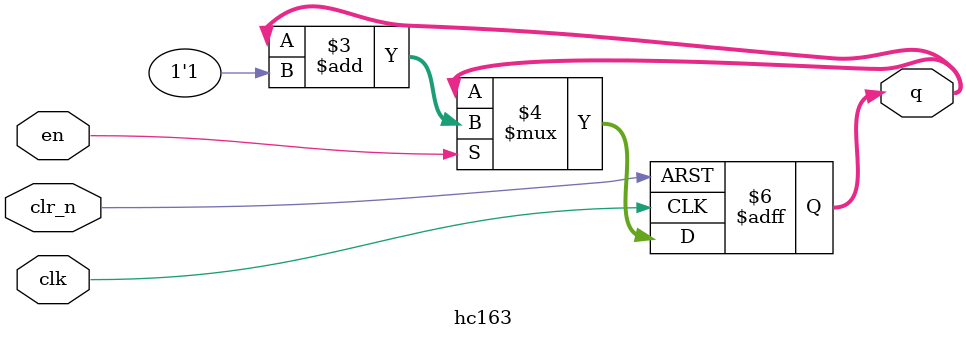
<source format=v>
module hc163 (
    input  wire       clk,    // 时钟，上升沿计数
    input  wire       clr_n,  // 异步清零，低有效
    input  wire       en,     // 计数使能，高电平时加 1
    output reg  [3:0] q       // 4 位计数输出
);

    always @(posedge clk or negedge clr_n) begin
        if (!clr_n) begin
            q <= 4'd0;        // 复位时清零
        end else if (en) begin
            q <= q + 1'b1;    // 使能为 1 时加 1
        end
        // en 为 0 时保持不变
    end

endmodule

</source>
